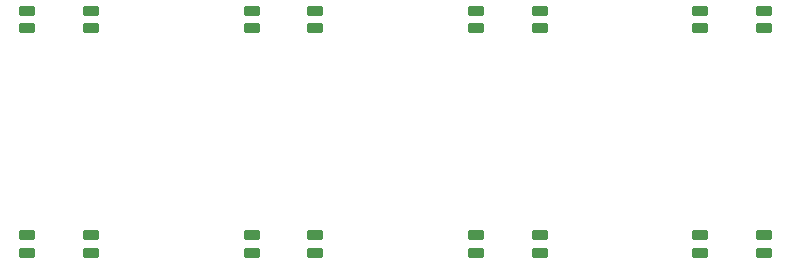
<source format=gtp>
G04 #@! TF.GenerationSoftware,KiCad,Pcbnew,9.0.7*
G04 #@! TF.CreationDate,2026-02-20T22:20:20+11:00*
G04 #@! TF.ProjectId,oled-v2,6f6c6564-2d76-4322-9e6b-696361645f70,rev?*
G04 #@! TF.SameCoordinates,Original*
G04 #@! TF.FileFunction,Paste,Top*
G04 #@! TF.FilePolarity,Positive*
%FSLAX46Y46*%
G04 Gerber Fmt 4.6, Leading zero omitted, Abs format (unit mm)*
G04 Created by KiCad (PCBNEW 9.0.7) date 2026-02-20 22:20:20*
%MOMM*%
%LPD*%
G01*
G04 APERTURE LIST*
G04 Aperture macros list*
%AMRoundRect*
0 Rectangle with rounded corners*
0 $1 Rounding radius*
0 $2 $3 $4 $5 $6 $7 $8 $9 X,Y pos of 4 corners*
0 Add a 4 corners polygon primitive as box body*
4,1,4,$2,$3,$4,$5,$6,$7,$8,$9,$2,$3,0*
0 Add four circle primitives for the rounded corners*
1,1,$1+$1,$2,$3*
1,1,$1+$1,$4,$5*
1,1,$1+$1,$6,$7*
1,1,$1+$1,$8,$9*
0 Add four rect primitives between the rounded corners*
20,1,$1+$1,$2,$3,$4,$5,0*
20,1,$1+$1,$4,$5,$6,$7,0*
20,1,$1+$1,$6,$7,$8,$9,0*
20,1,$1+$1,$8,$9,$2,$3,0*%
G04 Aperture macros list end*
%ADD10RoundRect,0.205000X-0.495000X-0.205000X0.495000X-0.205000X0.495000X0.205000X-0.495000X0.205000X0*%
G04 APERTURE END LIST*
D10*
X124700000Y-54250000D03*
X124700000Y-55750000D03*
X119300000Y-55750000D03*
X119300000Y-54250000D03*
X143700000Y-54250000D03*
X143700000Y-55750000D03*
X138300000Y-55750000D03*
X138300000Y-54250000D03*
X105700000Y-73250000D03*
X105700000Y-74750000D03*
X100300000Y-74750000D03*
X100300000Y-73250000D03*
X86700000Y-73250000D03*
X86700000Y-74750000D03*
X81300000Y-74750000D03*
X81300000Y-73250000D03*
X124700000Y-73250000D03*
X124700000Y-74750000D03*
X119300000Y-74750000D03*
X119300000Y-73250000D03*
X105700000Y-54250000D03*
X105700000Y-55750000D03*
X100300000Y-55750000D03*
X100300000Y-54250000D03*
X143700000Y-73250000D03*
X143700000Y-74750000D03*
X138300000Y-74750000D03*
X138300000Y-73250000D03*
X86700000Y-54250000D03*
X86700000Y-55750000D03*
X81300000Y-55750000D03*
X81300000Y-54250000D03*
M02*

</source>
